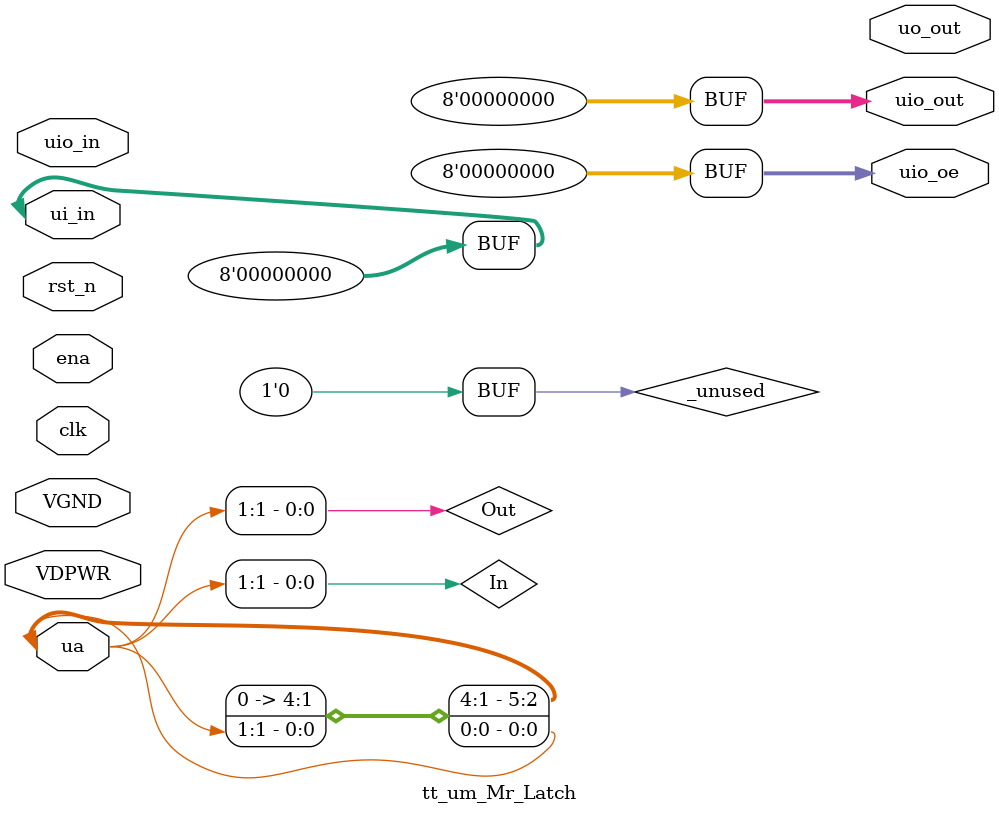
<source format=v>
/*
 * Copyright (c) 2024 Your Name
 * SPDX-License-Identifier: Apache-2.0
 */

`default_nettype none

module tt_um_Mr_Latch (
    input  wire       VGND,
    input  wire       VDPWR,    // 1.8v power supply
//    input  wire       VAPWR,    // 3.3v power supply
    input  wire [7:0] ui_in,    // Dedicated inputs
    output wire [7:0] uo_out,   // Dedicated outputs
    input  wire [7:0] uio_in,   // IOs: Input path
    output wire [7:0] uio_out,  // IOs: Output path
    output wire [7:0] uio_oe,   // IOs: Enable path (active high: 0=input, 1=output)
    inout  wire [7:0] ua,       // Analog pins, only ua[5:0] can be used
    input  wire       ena,      // always 1 when the design is powered, so you can ignore it
    input  wire       clk,      // clock
    input  wire       rst_n     // reset_n - low to reset
);

wire  In,Out;

    assign In= ua[0];
assign Out=ua[1] ;

    buf Buf1(Out,In);

    assign ua[5:2] = 4'b0000;
    //assign uo_out[7:1] = 7'b0000000; 
    assign ui_in[7:0] = 8'b00000000;



  assign uio_out = 0;
   assign uio_oe  = 0;
    //assign uio_in =0
  // List all unused inputs to prevent warnings
wire _unused = &{ena, clk, rst_n, 1'b0};

    
endmodule

</source>
